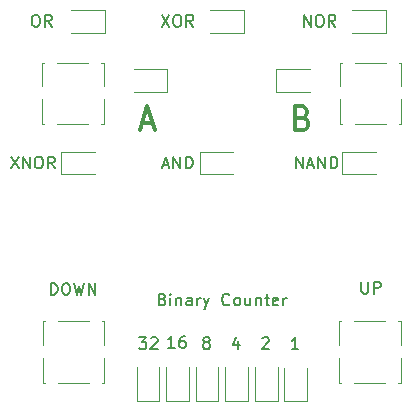
<source format=gto>
G04 #@! TF.GenerationSoftware,KiCad,Pcbnew,5.1.10-88a1d61d58~90~ubuntu20.04.1*
G04 #@! TF.CreationDate,2021-11-23T17:04:51+00:00*
G04 #@! TF.ProjectId,logic-calc,6c6f6769-632d-4636-916c-632e6b696361,rev?*
G04 #@! TF.SameCoordinates,Original*
G04 #@! TF.FileFunction,Legend,Top*
G04 #@! TF.FilePolarity,Positive*
%FSLAX46Y46*%
G04 Gerber Fmt 4.6, Leading zero omitted, Abs format (unit mm)*
G04 Created by KiCad (PCBNEW 5.1.10-88a1d61d58~90~ubuntu20.04.1) date 2021-11-23 17:04:51*
%MOMM*%
%LPD*%
G01*
G04 APERTURE LIST*
%ADD10C,0.300000*%
%ADD11C,0.150000*%
%ADD12C,0.120000*%
%ADD13O,1.700000X1.700000*%
%ADD14R,1.700000X1.700000*%
%ADD15R,0.600000X1.000000*%
%ADD16R,1.100000X1.800000*%
G04 APERTURE END LIST*
D10*
X107842857Y-42157142D02*
X108128571Y-42252380D01*
X108223809Y-42347619D01*
X108319047Y-42538095D01*
X108319047Y-42823809D01*
X108223809Y-43014285D01*
X108128571Y-43109523D01*
X107938095Y-43204761D01*
X107176190Y-43204761D01*
X107176190Y-41204761D01*
X107842857Y-41204761D01*
X108033333Y-41300000D01*
X108128571Y-41395238D01*
X108223809Y-41585714D01*
X108223809Y-41776190D01*
X108128571Y-41966666D01*
X108033333Y-42061904D01*
X107842857Y-42157142D01*
X107176190Y-42157142D01*
X94223809Y-42633333D02*
X95176190Y-42633333D01*
X94033333Y-43204761D02*
X94700000Y-41204761D01*
X95366666Y-43204761D01*
D11*
X86519047Y-57152380D02*
X86519047Y-56152380D01*
X86757142Y-56152380D01*
X86900000Y-56200000D01*
X86995238Y-56295238D01*
X87042857Y-56390476D01*
X87090476Y-56580952D01*
X87090476Y-56723809D01*
X87042857Y-56914285D01*
X86995238Y-57009523D01*
X86900000Y-57104761D01*
X86757142Y-57152380D01*
X86519047Y-57152380D01*
X87709523Y-56152380D02*
X87900000Y-56152380D01*
X87995238Y-56200000D01*
X88090476Y-56295238D01*
X88138095Y-56485714D01*
X88138095Y-56819047D01*
X88090476Y-57009523D01*
X87995238Y-57104761D01*
X87900000Y-57152380D01*
X87709523Y-57152380D01*
X87614285Y-57104761D01*
X87519047Y-57009523D01*
X87471428Y-56819047D01*
X87471428Y-56485714D01*
X87519047Y-56295238D01*
X87614285Y-56200000D01*
X87709523Y-56152380D01*
X88471428Y-56152380D02*
X88709523Y-57152380D01*
X88900000Y-56438095D01*
X89090476Y-57152380D01*
X89328571Y-56152380D01*
X89709523Y-57152380D02*
X89709523Y-56152380D01*
X90280952Y-57152380D01*
X90280952Y-56152380D01*
X112814285Y-56052380D02*
X112814285Y-56861904D01*
X112861904Y-56957142D01*
X112909523Y-57004761D01*
X113004761Y-57052380D01*
X113195238Y-57052380D01*
X113290476Y-57004761D01*
X113338095Y-56957142D01*
X113385714Y-56861904D01*
X113385714Y-56052380D01*
X113861904Y-57052380D02*
X113861904Y-56052380D01*
X114242857Y-56052380D01*
X114338095Y-56100000D01*
X114385714Y-56147619D01*
X114433333Y-56242857D01*
X114433333Y-56385714D01*
X114385714Y-56480952D01*
X114338095Y-56528571D01*
X114242857Y-56576190D01*
X113861904Y-56576190D01*
X93990476Y-60752380D02*
X94609523Y-60752380D01*
X94276190Y-61133333D01*
X94419047Y-61133333D01*
X94514285Y-61180952D01*
X94561904Y-61228571D01*
X94609523Y-61323809D01*
X94609523Y-61561904D01*
X94561904Y-61657142D01*
X94514285Y-61704761D01*
X94419047Y-61752380D01*
X94133333Y-61752380D01*
X94038095Y-61704761D01*
X93990476Y-61657142D01*
X94990476Y-60847619D02*
X95038095Y-60800000D01*
X95133333Y-60752380D01*
X95371428Y-60752380D01*
X95466666Y-60800000D01*
X95514285Y-60847619D01*
X95561904Y-60942857D01*
X95561904Y-61038095D01*
X95514285Y-61180952D01*
X94942857Y-61752380D01*
X95561904Y-61752380D01*
X97009523Y-61652380D02*
X96438095Y-61652380D01*
X96723809Y-61652380D02*
X96723809Y-60652380D01*
X96628571Y-60795238D01*
X96533333Y-60890476D01*
X96438095Y-60938095D01*
X97866666Y-60652380D02*
X97676190Y-60652380D01*
X97580952Y-60700000D01*
X97533333Y-60747619D01*
X97438095Y-60890476D01*
X97390476Y-61080952D01*
X97390476Y-61461904D01*
X97438095Y-61557142D01*
X97485714Y-61604761D01*
X97580952Y-61652380D01*
X97771428Y-61652380D01*
X97866666Y-61604761D01*
X97914285Y-61557142D01*
X97961904Y-61461904D01*
X97961904Y-61223809D01*
X97914285Y-61128571D01*
X97866666Y-61080952D01*
X97771428Y-61033333D01*
X97580952Y-61033333D01*
X97485714Y-61080952D01*
X97438095Y-61128571D01*
X97390476Y-61223809D01*
X99604761Y-61180952D02*
X99509523Y-61133333D01*
X99461904Y-61085714D01*
X99414285Y-60990476D01*
X99414285Y-60942857D01*
X99461904Y-60847619D01*
X99509523Y-60800000D01*
X99604761Y-60752380D01*
X99795238Y-60752380D01*
X99890476Y-60800000D01*
X99938095Y-60847619D01*
X99985714Y-60942857D01*
X99985714Y-60990476D01*
X99938095Y-61085714D01*
X99890476Y-61133333D01*
X99795238Y-61180952D01*
X99604761Y-61180952D01*
X99509523Y-61228571D01*
X99461904Y-61276190D01*
X99414285Y-61371428D01*
X99414285Y-61561904D01*
X99461904Y-61657142D01*
X99509523Y-61704761D01*
X99604761Y-61752380D01*
X99795238Y-61752380D01*
X99890476Y-61704761D01*
X99938095Y-61657142D01*
X99985714Y-61561904D01*
X99985714Y-61371428D01*
X99938095Y-61276190D01*
X99890476Y-61228571D01*
X99795238Y-61180952D01*
X102390476Y-61085714D02*
X102390476Y-61752380D01*
X102152380Y-60704761D02*
X101914285Y-61419047D01*
X102533333Y-61419047D01*
X104414285Y-60847619D02*
X104461904Y-60800000D01*
X104557142Y-60752380D01*
X104795238Y-60752380D01*
X104890476Y-60800000D01*
X104938095Y-60847619D01*
X104985714Y-60942857D01*
X104985714Y-61038095D01*
X104938095Y-61180952D01*
X104366666Y-61752380D01*
X104985714Y-61752380D01*
X107485714Y-61752380D02*
X106914285Y-61752380D01*
X107200000Y-61752380D02*
X107200000Y-60752380D01*
X107104761Y-60895238D01*
X107009523Y-60990476D01*
X106914285Y-61038095D01*
X95976190Y-57528571D02*
X96119047Y-57576190D01*
X96166666Y-57623809D01*
X96214285Y-57719047D01*
X96214285Y-57861904D01*
X96166666Y-57957142D01*
X96119047Y-58004761D01*
X96023809Y-58052380D01*
X95642857Y-58052380D01*
X95642857Y-57052380D01*
X95976190Y-57052380D01*
X96071428Y-57100000D01*
X96119047Y-57147619D01*
X96166666Y-57242857D01*
X96166666Y-57338095D01*
X96119047Y-57433333D01*
X96071428Y-57480952D01*
X95976190Y-57528571D01*
X95642857Y-57528571D01*
X96642857Y-58052380D02*
X96642857Y-57385714D01*
X96642857Y-57052380D02*
X96595238Y-57100000D01*
X96642857Y-57147619D01*
X96690476Y-57100000D01*
X96642857Y-57052380D01*
X96642857Y-57147619D01*
X97119047Y-57385714D02*
X97119047Y-58052380D01*
X97119047Y-57480952D02*
X97166666Y-57433333D01*
X97261904Y-57385714D01*
X97404761Y-57385714D01*
X97500000Y-57433333D01*
X97547619Y-57528571D01*
X97547619Y-58052380D01*
X98452380Y-58052380D02*
X98452380Y-57528571D01*
X98404761Y-57433333D01*
X98309523Y-57385714D01*
X98119047Y-57385714D01*
X98023809Y-57433333D01*
X98452380Y-58004761D02*
X98357142Y-58052380D01*
X98119047Y-58052380D01*
X98023809Y-58004761D01*
X97976190Y-57909523D01*
X97976190Y-57814285D01*
X98023809Y-57719047D01*
X98119047Y-57671428D01*
X98357142Y-57671428D01*
X98452380Y-57623809D01*
X98928571Y-58052380D02*
X98928571Y-57385714D01*
X98928571Y-57576190D02*
X98976190Y-57480952D01*
X99023809Y-57433333D01*
X99119047Y-57385714D01*
X99214285Y-57385714D01*
X99452380Y-57385714D02*
X99690476Y-58052380D01*
X99928571Y-57385714D02*
X99690476Y-58052380D01*
X99595238Y-58290476D01*
X99547619Y-58338095D01*
X99452380Y-58385714D01*
X101642857Y-57957142D02*
X101595238Y-58004761D01*
X101452380Y-58052380D01*
X101357142Y-58052380D01*
X101214285Y-58004761D01*
X101119047Y-57909523D01*
X101071428Y-57814285D01*
X101023809Y-57623809D01*
X101023809Y-57480952D01*
X101071428Y-57290476D01*
X101119047Y-57195238D01*
X101214285Y-57100000D01*
X101357142Y-57052380D01*
X101452380Y-57052380D01*
X101595238Y-57100000D01*
X101642857Y-57147619D01*
X102214285Y-58052380D02*
X102119047Y-58004761D01*
X102071428Y-57957142D01*
X102023809Y-57861904D01*
X102023809Y-57576190D01*
X102071428Y-57480952D01*
X102119047Y-57433333D01*
X102214285Y-57385714D01*
X102357142Y-57385714D01*
X102452380Y-57433333D01*
X102500000Y-57480952D01*
X102547619Y-57576190D01*
X102547619Y-57861904D01*
X102500000Y-57957142D01*
X102452380Y-58004761D01*
X102357142Y-58052380D01*
X102214285Y-58052380D01*
X103404761Y-57385714D02*
X103404761Y-58052380D01*
X102976190Y-57385714D02*
X102976190Y-57909523D01*
X103023809Y-58004761D01*
X103119047Y-58052380D01*
X103261904Y-58052380D01*
X103357142Y-58004761D01*
X103404761Y-57957142D01*
X103880952Y-57385714D02*
X103880952Y-58052380D01*
X103880952Y-57480952D02*
X103928571Y-57433333D01*
X104023809Y-57385714D01*
X104166666Y-57385714D01*
X104261904Y-57433333D01*
X104309523Y-57528571D01*
X104309523Y-58052380D01*
X104642857Y-57385714D02*
X105023809Y-57385714D01*
X104785714Y-57052380D02*
X104785714Y-57909523D01*
X104833333Y-58004761D01*
X104928571Y-58052380D01*
X105023809Y-58052380D01*
X105738095Y-58004761D02*
X105642857Y-58052380D01*
X105452380Y-58052380D01*
X105357142Y-58004761D01*
X105309523Y-57909523D01*
X105309523Y-57528571D01*
X105357142Y-57433333D01*
X105452380Y-57385714D01*
X105642857Y-57385714D01*
X105738095Y-57433333D01*
X105785714Y-57528571D01*
X105785714Y-57623809D01*
X105309523Y-57719047D01*
X106214285Y-58052380D02*
X106214285Y-57385714D01*
X106214285Y-57576190D02*
X106261904Y-57480952D01*
X106309523Y-57433333D01*
X106404761Y-57385714D01*
X106500000Y-57385714D01*
X107261904Y-46452380D02*
X107261904Y-45452380D01*
X107833333Y-46452380D01*
X107833333Y-45452380D01*
X108261904Y-46166666D02*
X108738095Y-46166666D01*
X108166666Y-46452380D02*
X108500000Y-45452380D01*
X108833333Y-46452380D01*
X109166666Y-46452380D02*
X109166666Y-45452380D01*
X109738095Y-46452380D01*
X109738095Y-45452380D01*
X110214285Y-46452380D02*
X110214285Y-45452380D01*
X110452380Y-45452380D01*
X110595238Y-45500000D01*
X110690476Y-45595238D01*
X110738095Y-45690476D01*
X110785714Y-45880952D01*
X110785714Y-46023809D01*
X110738095Y-46214285D01*
X110690476Y-46309523D01*
X110595238Y-46404761D01*
X110452380Y-46452380D01*
X110214285Y-46452380D01*
X95988095Y-46166666D02*
X96464285Y-46166666D01*
X95892857Y-46452380D02*
X96226190Y-45452380D01*
X96559523Y-46452380D01*
X96892857Y-46452380D02*
X96892857Y-45452380D01*
X97464285Y-46452380D01*
X97464285Y-45452380D01*
X97940476Y-46452380D02*
X97940476Y-45452380D01*
X98178571Y-45452380D01*
X98321428Y-45500000D01*
X98416666Y-45595238D01*
X98464285Y-45690476D01*
X98511904Y-45880952D01*
X98511904Y-46023809D01*
X98464285Y-46214285D01*
X98416666Y-46309523D01*
X98321428Y-46404761D01*
X98178571Y-46452380D01*
X97940476Y-46452380D01*
X83119047Y-45452380D02*
X83785714Y-46452380D01*
X83785714Y-45452380D02*
X83119047Y-46452380D01*
X84166666Y-46452380D02*
X84166666Y-45452380D01*
X84738095Y-46452380D01*
X84738095Y-45452380D01*
X85404761Y-45452380D02*
X85595238Y-45452380D01*
X85690476Y-45500000D01*
X85785714Y-45595238D01*
X85833333Y-45785714D01*
X85833333Y-46119047D01*
X85785714Y-46309523D01*
X85690476Y-46404761D01*
X85595238Y-46452380D01*
X85404761Y-46452380D01*
X85309523Y-46404761D01*
X85214285Y-46309523D01*
X85166666Y-46119047D01*
X85166666Y-45785714D01*
X85214285Y-45595238D01*
X85309523Y-45500000D01*
X85404761Y-45452380D01*
X86833333Y-46452380D02*
X86500000Y-45976190D01*
X86261904Y-46452380D02*
X86261904Y-45452380D01*
X86642857Y-45452380D01*
X86738095Y-45500000D01*
X86785714Y-45547619D01*
X86833333Y-45642857D01*
X86833333Y-45785714D01*
X86785714Y-45880952D01*
X86738095Y-45928571D01*
X86642857Y-45976190D01*
X86261904Y-45976190D01*
X107940476Y-34452380D02*
X107940476Y-33452380D01*
X108511904Y-34452380D01*
X108511904Y-33452380D01*
X109178571Y-33452380D02*
X109369047Y-33452380D01*
X109464285Y-33500000D01*
X109559523Y-33595238D01*
X109607142Y-33785714D01*
X109607142Y-34119047D01*
X109559523Y-34309523D01*
X109464285Y-34404761D01*
X109369047Y-34452380D01*
X109178571Y-34452380D01*
X109083333Y-34404761D01*
X108988095Y-34309523D01*
X108940476Y-34119047D01*
X108940476Y-33785714D01*
X108988095Y-33595238D01*
X109083333Y-33500000D01*
X109178571Y-33452380D01*
X110607142Y-34452380D02*
X110273809Y-33976190D01*
X110035714Y-34452380D02*
X110035714Y-33452380D01*
X110416666Y-33452380D01*
X110511904Y-33500000D01*
X110559523Y-33547619D01*
X110607142Y-33642857D01*
X110607142Y-33785714D01*
X110559523Y-33880952D01*
X110511904Y-33928571D01*
X110416666Y-33976190D01*
X110035714Y-33976190D01*
X95892857Y-33452380D02*
X96559523Y-34452380D01*
X96559523Y-33452380D02*
X95892857Y-34452380D01*
X97130952Y-33452380D02*
X97321428Y-33452380D01*
X97416666Y-33500000D01*
X97511904Y-33595238D01*
X97559523Y-33785714D01*
X97559523Y-34119047D01*
X97511904Y-34309523D01*
X97416666Y-34404761D01*
X97321428Y-34452380D01*
X97130952Y-34452380D01*
X97035714Y-34404761D01*
X96940476Y-34309523D01*
X96892857Y-34119047D01*
X96892857Y-33785714D01*
X96940476Y-33595238D01*
X97035714Y-33500000D01*
X97130952Y-33452380D01*
X98559523Y-34452380D02*
X98226190Y-33976190D01*
X97988095Y-34452380D02*
X97988095Y-33452380D01*
X98369047Y-33452380D01*
X98464285Y-33500000D01*
X98511904Y-33547619D01*
X98559523Y-33642857D01*
X98559523Y-33785714D01*
X98511904Y-33880952D01*
X98464285Y-33928571D01*
X98369047Y-33976190D01*
X97988095Y-33976190D01*
X85154761Y-33452380D02*
X85345238Y-33452380D01*
X85440476Y-33500000D01*
X85535714Y-33595238D01*
X85583333Y-33785714D01*
X85583333Y-34119047D01*
X85535714Y-34309523D01*
X85440476Y-34404761D01*
X85345238Y-34452380D01*
X85154761Y-34452380D01*
X85059523Y-34404761D01*
X84964285Y-34309523D01*
X84916666Y-34119047D01*
X84916666Y-33785714D01*
X84964285Y-33595238D01*
X85059523Y-33500000D01*
X85154761Y-33452380D01*
X86583333Y-34452380D02*
X86250000Y-33976190D01*
X86011904Y-34452380D02*
X86011904Y-33452380D01*
X86392857Y-33452380D01*
X86488095Y-33500000D01*
X86535714Y-33547619D01*
X86583333Y-33642857D01*
X86583333Y-33785714D01*
X86535714Y-33880952D01*
X86488095Y-33928571D01*
X86392857Y-33976190D01*
X86011904Y-33976190D01*
D12*
X116200000Y-37500000D02*
X116200000Y-42700000D01*
X111000000Y-37500000D02*
X116200000Y-37500000D01*
X111000000Y-42700000D02*
X111000000Y-37500000D01*
X116200000Y-42700000D02*
X111000000Y-42700000D01*
X85800000Y-42700000D02*
X85800000Y-37500000D01*
X91000000Y-42700000D02*
X85800000Y-42700000D01*
X91000000Y-37500000D02*
X91000000Y-42700000D01*
X85800000Y-37500000D02*
X91000000Y-37500000D01*
X85850000Y-64600000D02*
X85850000Y-59400000D01*
X91050000Y-64600000D02*
X85850000Y-64600000D01*
X91050000Y-59400000D02*
X91050000Y-64600000D01*
X85850000Y-59400000D02*
X91050000Y-59400000D01*
X116150000Y-59400000D02*
X116150000Y-64600000D01*
X110950000Y-59400000D02*
X116150000Y-59400000D01*
X110950000Y-64600000D02*
X110950000Y-59400000D01*
X116150000Y-64600000D02*
X110950000Y-64600000D01*
X111165000Y-46960000D02*
X114025000Y-46960000D01*
X111165000Y-45040000D02*
X111165000Y-46960000D01*
X114025000Y-45040000D02*
X111165000Y-45040000D01*
X99115000Y-46960000D02*
X101975000Y-46960000D01*
X99115000Y-45040000D02*
X99115000Y-46960000D01*
X101975000Y-45040000D02*
X99115000Y-45040000D01*
X87365000Y-46960000D02*
X90225000Y-46960000D01*
X87365000Y-45040000D02*
X87365000Y-46960000D01*
X90225000Y-45040000D02*
X87365000Y-45040000D01*
X114885000Y-33040000D02*
X112025000Y-33040000D01*
X114885000Y-34960000D02*
X114885000Y-33040000D01*
X112025000Y-34960000D02*
X114885000Y-34960000D01*
X102860000Y-33040000D02*
X100000000Y-33040000D01*
X102860000Y-34960000D02*
X102860000Y-33040000D01*
X100000000Y-34960000D02*
X102860000Y-34960000D01*
X91085000Y-33040000D02*
X88225000Y-33040000D01*
X91085000Y-34960000D02*
X91085000Y-33040000D01*
X88225000Y-34960000D02*
X91085000Y-34960000D01*
X105615000Y-39960000D02*
X108475000Y-39960000D01*
X105615000Y-38040000D02*
X105615000Y-39960000D01*
X108475000Y-38040000D02*
X105615000Y-38040000D01*
X96385000Y-38040000D02*
X93525000Y-38040000D01*
X96385000Y-39960000D02*
X96385000Y-38040000D01*
X93525000Y-39960000D02*
X96385000Y-39960000D01*
X95710000Y-66160000D02*
X95710000Y-63300000D01*
X93790000Y-66160000D02*
X95710000Y-66160000D01*
X93790000Y-63300000D02*
X93790000Y-66160000D01*
X98210000Y-66160000D02*
X98210000Y-63300000D01*
X96290000Y-66160000D02*
X98210000Y-66160000D01*
X96290000Y-63300000D02*
X96290000Y-66160000D01*
X100710000Y-66160000D02*
X100710000Y-63300000D01*
X98790000Y-66160000D02*
X100710000Y-66160000D01*
X98790000Y-63300000D02*
X98790000Y-66160000D01*
X103210000Y-66160000D02*
X103210000Y-63300000D01*
X101290000Y-66160000D02*
X103210000Y-66160000D01*
X101290000Y-63300000D02*
X101290000Y-66160000D01*
X105710000Y-66160000D02*
X105710000Y-63300000D01*
X103790000Y-66160000D02*
X105710000Y-66160000D01*
X103790000Y-63300000D02*
X103790000Y-66160000D01*
X108210000Y-66185000D02*
X108210000Y-63325000D01*
X106290000Y-66185000D02*
X108210000Y-66185000D01*
X106290000Y-63325000D02*
X106290000Y-66185000D01*
%LPC*%
D13*
X118750000Y-55330000D03*
X118750000Y-52790000D03*
X118750000Y-50250000D03*
D14*
X118750000Y-47710000D03*
D15*
X111100000Y-40100000D03*
X116100000Y-40100000D03*
D16*
X111750000Y-37000000D03*
X115450000Y-37000000D03*
X111750000Y-43200000D03*
X115450000Y-43200000D03*
D15*
X90900000Y-40100000D03*
X85900000Y-40100000D03*
D16*
X90250000Y-43200000D03*
X86550000Y-43200000D03*
X90250000Y-37000000D03*
X86550000Y-37000000D03*
D15*
X90950000Y-62000000D03*
X85950000Y-62000000D03*
D16*
X90300000Y-65100000D03*
X86600000Y-65100000D03*
X90300000Y-58900000D03*
X86600000Y-58900000D03*
D15*
X111050000Y-62000000D03*
X116050000Y-62000000D03*
D16*
X111700000Y-58900000D03*
X115400000Y-58900000D03*
X111700000Y-65100000D03*
X115400000Y-65100000D03*
G36*
G01*
X113475000Y-46450001D02*
X113475000Y-45549999D01*
G75*
G02*
X113724999Y-45300000I249999J0D01*
G01*
X114375001Y-45300000D01*
G75*
G02*
X114625000Y-45549999I0J-249999D01*
G01*
X114625000Y-46450001D01*
G75*
G02*
X114375001Y-46700000I-249999J0D01*
G01*
X113724999Y-46700000D01*
G75*
G02*
X113475000Y-46450001I0J249999D01*
G01*
G37*
G36*
G01*
X111425000Y-46450001D02*
X111425000Y-45549999D01*
G75*
G02*
X111674999Y-45300000I249999J0D01*
G01*
X112325001Y-45300000D01*
G75*
G02*
X112575000Y-45549999I0J-249999D01*
G01*
X112575000Y-46450001D01*
G75*
G02*
X112325001Y-46700000I-249999J0D01*
G01*
X111674999Y-46700000D01*
G75*
G02*
X111425000Y-46450001I0J249999D01*
G01*
G37*
G36*
G01*
X101425000Y-46450001D02*
X101425000Y-45549999D01*
G75*
G02*
X101674999Y-45300000I249999J0D01*
G01*
X102325001Y-45300000D01*
G75*
G02*
X102575000Y-45549999I0J-249999D01*
G01*
X102575000Y-46450001D01*
G75*
G02*
X102325001Y-46700000I-249999J0D01*
G01*
X101674999Y-46700000D01*
G75*
G02*
X101425000Y-46450001I0J249999D01*
G01*
G37*
G36*
G01*
X99375000Y-46450001D02*
X99375000Y-45549999D01*
G75*
G02*
X99624999Y-45300000I249999J0D01*
G01*
X100275001Y-45300000D01*
G75*
G02*
X100525000Y-45549999I0J-249999D01*
G01*
X100525000Y-46450001D01*
G75*
G02*
X100275001Y-46700000I-249999J0D01*
G01*
X99624999Y-46700000D01*
G75*
G02*
X99375000Y-46450001I0J249999D01*
G01*
G37*
G36*
G01*
X89675000Y-46450001D02*
X89675000Y-45549999D01*
G75*
G02*
X89924999Y-45300000I249999J0D01*
G01*
X90575001Y-45300000D01*
G75*
G02*
X90825000Y-45549999I0J-249999D01*
G01*
X90825000Y-46450001D01*
G75*
G02*
X90575001Y-46700000I-249999J0D01*
G01*
X89924999Y-46700000D01*
G75*
G02*
X89675000Y-46450001I0J249999D01*
G01*
G37*
G36*
G01*
X87625000Y-46450001D02*
X87625000Y-45549999D01*
G75*
G02*
X87874999Y-45300000I249999J0D01*
G01*
X88525001Y-45300000D01*
G75*
G02*
X88775000Y-45549999I0J-249999D01*
G01*
X88775000Y-46450001D01*
G75*
G02*
X88525001Y-46700000I-249999J0D01*
G01*
X87874999Y-46700000D01*
G75*
G02*
X87625000Y-46450001I0J249999D01*
G01*
G37*
G36*
G01*
X112575000Y-33549999D02*
X112575000Y-34450001D01*
G75*
G02*
X112325001Y-34700000I-249999J0D01*
G01*
X111674999Y-34700000D01*
G75*
G02*
X111425000Y-34450001I0J249999D01*
G01*
X111425000Y-33549999D01*
G75*
G02*
X111674999Y-33300000I249999J0D01*
G01*
X112325001Y-33300000D01*
G75*
G02*
X112575000Y-33549999I0J-249999D01*
G01*
G37*
G36*
G01*
X114625000Y-33549999D02*
X114625000Y-34450001D01*
G75*
G02*
X114375001Y-34700000I-249999J0D01*
G01*
X113724999Y-34700000D01*
G75*
G02*
X113475000Y-34450001I0J249999D01*
G01*
X113475000Y-33549999D01*
G75*
G02*
X113724999Y-33300000I249999J0D01*
G01*
X114375001Y-33300000D01*
G75*
G02*
X114625000Y-33549999I0J-249999D01*
G01*
G37*
G36*
G01*
X100550000Y-33549999D02*
X100550000Y-34450001D01*
G75*
G02*
X100300001Y-34700000I-249999J0D01*
G01*
X99649999Y-34700000D01*
G75*
G02*
X99400000Y-34450001I0J249999D01*
G01*
X99400000Y-33549999D01*
G75*
G02*
X99649999Y-33300000I249999J0D01*
G01*
X100300001Y-33300000D01*
G75*
G02*
X100550000Y-33549999I0J-249999D01*
G01*
G37*
G36*
G01*
X102600000Y-33549999D02*
X102600000Y-34450001D01*
G75*
G02*
X102350001Y-34700000I-249999J0D01*
G01*
X101699999Y-34700000D01*
G75*
G02*
X101450000Y-34450001I0J249999D01*
G01*
X101450000Y-33549999D01*
G75*
G02*
X101699999Y-33300000I249999J0D01*
G01*
X102350001Y-33300000D01*
G75*
G02*
X102600000Y-33549999I0J-249999D01*
G01*
G37*
G36*
G01*
X88775000Y-33549999D02*
X88775000Y-34450001D01*
G75*
G02*
X88525001Y-34700000I-249999J0D01*
G01*
X87874999Y-34700000D01*
G75*
G02*
X87625000Y-34450001I0J249999D01*
G01*
X87625000Y-33549999D01*
G75*
G02*
X87874999Y-33300000I249999J0D01*
G01*
X88525001Y-33300000D01*
G75*
G02*
X88775000Y-33549999I0J-249999D01*
G01*
G37*
G36*
G01*
X90825000Y-33549550D02*
X90825000Y-34450450D01*
G75*
G02*
X90575450Y-34700000I-249550J0D01*
G01*
X89924550Y-34700000D01*
G75*
G02*
X89675000Y-34450450I0J249550D01*
G01*
X89675000Y-33549550D01*
G75*
G02*
X89924550Y-33300000I249550J0D01*
G01*
X90575450Y-33300000D01*
G75*
G02*
X90825000Y-33549550I0J-249550D01*
G01*
G37*
G36*
G01*
X107925000Y-39450001D02*
X107925000Y-38549999D01*
G75*
G02*
X108174999Y-38300000I249999J0D01*
G01*
X108825001Y-38300000D01*
G75*
G02*
X109075000Y-38549999I0J-249999D01*
G01*
X109075000Y-39450001D01*
G75*
G02*
X108825001Y-39700000I-249999J0D01*
G01*
X108174999Y-39700000D01*
G75*
G02*
X107925000Y-39450001I0J249999D01*
G01*
G37*
G36*
G01*
X105875000Y-39450001D02*
X105875000Y-38549999D01*
G75*
G02*
X106124999Y-38300000I249999J0D01*
G01*
X106775001Y-38300000D01*
G75*
G02*
X107025000Y-38549999I0J-249999D01*
G01*
X107025000Y-39450001D01*
G75*
G02*
X106775001Y-39700000I-249999J0D01*
G01*
X106124999Y-39700000D01*
G75*
G02*
X105875000Y-39450001I0J249999D01*
G01*
G37*
G36*
G01*
X94075000Y-38549999D02*
X94075000Y-39450001D01*
G75*
G02*
X93825001Y-39700000I-249999J0D01*
G01*
X93174999Y-39700000D01*
G75*
G02*
X92925000Y-39450001I0J249999D01*
G01*
X92925000Y-38549999D01*
G75*
G02*
X93174999Y-38300000I249999J0D01*
G01*
X93825001Y-38300000D01*
G75*
G02*
X94075000Y-38549999I0J-249999D01*
G01*
G37*
G36*
G01*
X96125000Y-38549999D02*
X96125000Y-39450001D01*
G75*
G02*
X95875001Y-39700000I-249999J0D01*
G01*
X95224999Y-39700000D01*
G75*
G02*
X94975000Y-39450001I0J249999D01*
G01*
X94975000Y-38549999D01*
G75*
G02*
X95224999Y-38300000I249999J0D01*
G01*
X95875001Y-38300000D01*
G75*
G02*
X96125000Y-38549999I0J-249999D01*
G01*
G37*
G36*
G01*
X95200001Y-63850000D02*
X94299999Y-63850000D01*
G75*
G02*
X94050000Y-63600001I0J249999D01*
G01*
X94050000Y-62949999D01*
G75*
G02*
X94299999Y-62700000I249999J0D01*
G01*
X95200001Y-62700000D01*
G75*
G02*
X95450000Y-62949999I0J-249999D01*
G01*
X95450000Y-63600001D01*
G75*
G02*
X95200001Y-63850000I-249999J0D01*
G01*
G37*
G36*
G01*
X95200001Y-65900000D02*
X94299999Y-65900000D01*
G75*
G02*
X94050000Y-65650001I0J249999D01*
G01*
X94050000Y-64999999D01*
G75*
G02*
X94299999Y-64750000I249999J0D01*
G01*
X95200001Y-64750000D01*
G75*
G02*
X95450000Y-64999999I0J-249999D01*
G01*
X95450000Y-65650001D01*
G75*
G02*
X95200001Y-65900000I-249999J0D01*
G01*
G37*
G36*
G01*
X97700001Y-63850000D02*
X96799999Y-63850000D01*
G75*
G02*
X96550000Y-63600001I0J249999D01*
G01*
X96550000Y-62949999D01*
G75*
G02*
X96799999Y-62700000I249999J0D01*
G01*
X97700001Y-62700000D01*
G75*
G02*
X97950000Y-62949999I0J-249999D01*
G01*
X97950000Y-63600001D01*
G75*
G02*
X97700001Y-63850000I-249999J0D01*
G01*
G37*
G36*
G01*
X97700001Y-65900000D02*
X96799999Y-65900000D01*
G75*
G02*
X96550000Y-65650001I0J249999D01*
G01*
X96550000Y-64999999D01*
G75*
G02*
X96799999Y-64750000I249999J0D01*
G01*
X97700001Y-64750000D01*
G75*
G02*
X97950000Y-64999999I0J-249999D01*
G01*
X97950000Y-65650001D01*
G75*
G02*
X97700001Y-65900000I-249999J0D01*
G01*
G37*
G36*
G01*
X100200001Y-63850000D02*
X99299999Y-63850000D01*
G75*
G02*
X99050000Y-63600001I0J249999D01*
G01*
X99050000Y-62949999D01*
G75*
G02*
X99299999Y-62700000I249999J0D01*
G01*
X100200001Y-62700000D01*
G75*
G02*
X100450000Y-62949999I0J-249999D01*
G01*
X100450000Y-63600001D01*
G75*
G02*
X100200001Y-63850000I-249999J0D01*
G01*
G37*
G36*
G01*
X100200001Y-65900000D02*
X99299999Y-65900000D01*
G75*
G02*
X99050000Y-65650001I0J249999D01*
G01*
X99050000Y-64999999D01*
G75*
G02*
X99299999Y-64750000I249999J0D01*
G01*
X100200001Y-64750000D01*
G75*
G02*
X100450000Y-64999999I0J-249999D01*
G01*
X100450000Y-65650001D01*
G75*
G02*
X100200001Y-65900000I-249999J0D01*
G01*
G37*
G36*
G01*
X102700001Y-63850000D02*
X101799999Y-63850000D01*
G75*
G02*
X101550000Y-63600001I0J249999D01*
G01*
X101550000Y-62949999D01*
G75*
G02*
X101799999Y-62700000I249999J0D01*
G01*
X102700001Y-62700000D01*
G75*
G02*
X102950000Y-62949999I0J-249999D01*
G01*
X102950000Y-63600001D01*
G75*
G02*
X102700001Y-63850000I-249999J0D01*
G01*
G37*
G36*
G01*
X102700001Y-65900000D02*
X101799999Y-65900000D01*
G75*
G02*
X101550000Y-65650001I0J249999D01*
G01*
X101550000Y-64999999D01*
G75*
G02*
X101799999Y-64750000I249999J0D01*
G01*
X102700001Y-64750000D01*
G75*
G02*
X102950000Y-64999999I0J-249999D01*
G01*
X102950000Y-65650001D01*
G75*
G02*
X102700001Y-65900000I-249999J0D01*
G01*
G37*
G36*
G01*
X105200001Y-63850000D02*
X104299999Y-63850000D01*
G75*
G02*
X104050000Y-63600001I0J249999D01*
G01*
X104050000Y-62949999D01*
G75*
G02*
X104299999Y-62700000I249999J0D01*
G01*
X105200001Y-62700000D01*
G75*
G02*
X105450000Y-62949999I0J-249999D01*
G01*
X105450000Y-63600001D01*
G75*
G02*
X105200001Y-63850000I-249999J0D01*
G01*
G37*
G36*
G01*
X105200001Y-65900000D02*
X104299999Y-65900000D01*
G75*
G02*
X104050000Y-65650001I0J249999D01*
G01*
X104050000Y-64999999D01*
G75*
G02*
X104299999Y-64750000I249999J0D01*
G01*
X105200001Y-64750000D01*
G75*
G02*
X105450000Y-64999999I0J-249999D01*
G01*
X105450000Y-65650001D01*
G75*
G02*
X105200001Y-65900000I-249999J0D01*
G01*
G37*
G36*
G01*
X107700001Y-63875000D02*
X106799999Y-63875000D01*
G75*
G02*
X106550000Y-63625001I0J249999D01*
G01*
X106550000Y-62974999D01*
G75*
G02*
X106799999Y-62725000I249999J0D01*
G01*
X107700001Y-62725000D01*
G75*
G02*
X107950000Y-62974999I0J-249999D01*
G01*
X107950000Y-63625001D01*
G75*
G02*
X107700001Y-63875000I-249999J0D01*
G01*
G37*
G36*
G01*
X107700001Y-65925000D02*
X106799999Y-65925000D01*
G75*
G02*
X106550000Y-65675001I0J249999D01*
G01*
X106550000Y-65024999D01*
G75*
G02*
X106799999Y-64775000I249999J0D01*
G01*
X107700001Y-64775000D01*
G75*
G02*
X107950000Y-65024999I0J-249999D01*
G01*
X107950000Y-65675001D01*
G75*
G02*
X107700001Y-65925000I-249999J0D01*
G01*
G37*
M02*

</source>
